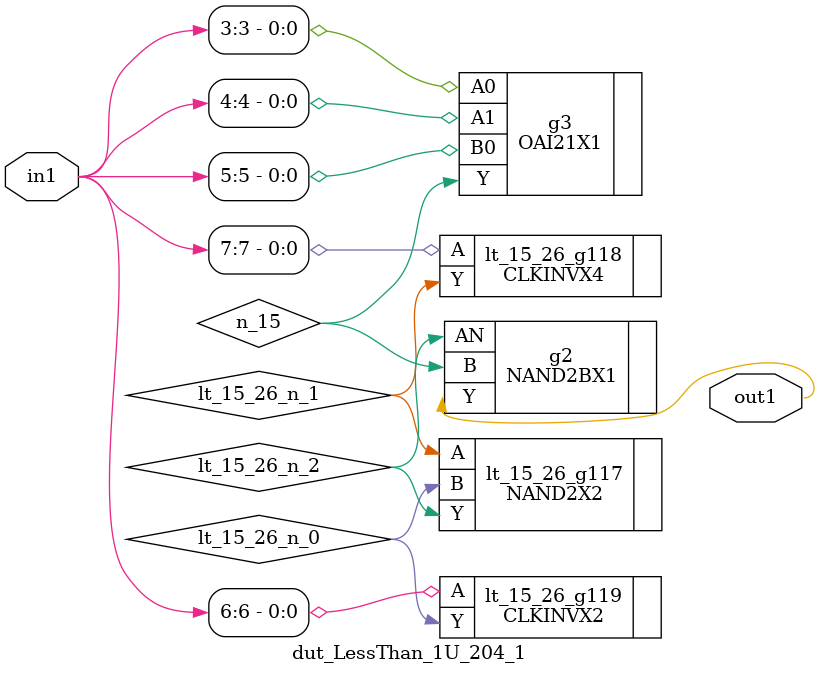
<source format=v>
`timescale 1ps / 1ps


module dut_LessThan_1U_204_1(in1, out1);
  input [7:0] in1;
  output out1;
  wire [7:0] in1;
  wire out1;
  wire lt_15_26_n_0, lt_15_26_n_1, lt_15_26_n_2, n_15;
  NAND2X2 lt_15_26_g117(.A (lt_15_26_n_1), .B (lt_15_26_n_0), .Y
       (lt_15_26_n_2));
  CLKINVX4 lt_15_26_g118(.A (in1[7]), .Y (lt_15_26_n_1));
  CLKINVX2 lt_15_26_g119(.A (in1[6]), .Y (lt_15_26_n_0));
  NAND2BX1 g2(.AN (lt_15_26_n_2), .B (n_15), .Y (out1));
  OAI21X1 g3(.A0 (in1[3]), .A1 (in1[4]), .B0 (in1[5]), .Y (n_15));
endmodule



</source>
